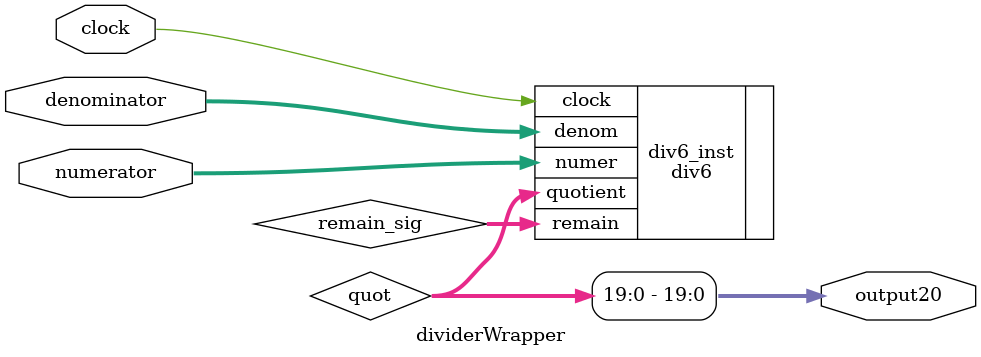
<source format=v>
module dividerWrapper(
	input					clock,
	input signed  [31:0]	numerator,
	input signed  [21:0]	denominator,
	output signed [19:0]	output20
);
//
// [For verilator] Simulate a 6 clock latency pipelined divider unit.
//
`ifdef VERILATOR
	reg signed [31:0] num1,num2,num3,num4,num5;
	reg signed [21:0] den1,den2,den3,den4,den5;

	always @(posedge clock)
	begin
		num5 <= num4; den5 <= den4;
		num4 <= num3; den4 <= den3;
		num3 <= num2; den3 <= den2;
		num2 <= num1; den2 <= den1;
		num1 <= numerator;
		den1 <= denominator;
	end
	wire signed [31:0] divisor   = { {10{den5[21]}} ,den5 };
	wire signed [31:0] resultDiv = num5 / divisor;
	assign output20 = resultDiv[19:0];
`else
	wire signed [21:0] remain_sig;
	wire signed [31:0] quot;
	div6	div6_inst (
		.clock ( clock ),
		.denom ( denominator ),
		.numer ( numerator ),
		.quotient ( quot ),
		.remain ( remain_sig )
	);
	assign output20 = quot[19:0];
`endif
endmodule

</source>
